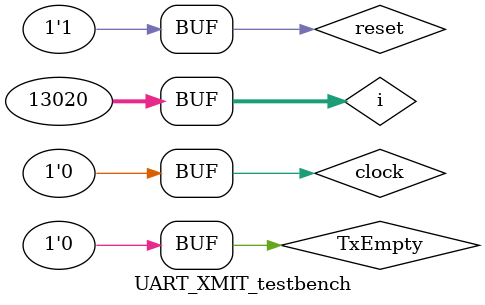
<source format=sv>
module UART_XMIT(clock, reset, TxEmpty, RegEnable);
	input clock, reset;
	output logic TxEmpty = 0, RegEnable = 0;

	logic [31:0] Counter, Bit_Count;
	
	always @(posedge clock) begin
		if (reset) begin
			Counter <= 0;
			TxEmpty <= 1;
		end else begin
			if(Counter < 1302) begin
				RegEnable <= 0;
				Counter <= Counter + 1;
			end else begin
				Bit_Count <= Bit_Count + 1;
				RegEnable <= 1;
				if (Bit_Count >= 10) begin
					TxEmpty <= 1;
					Bit_Count <= 0;
					
				end
				Counter <= 0;
			end
		end
	end
endmodule

module UART_XMIT_testbench;
 
	logic clock, reset, TxEmpty = 0, RegEnable;
	//logic [7:0] TxData;
	
	UART_XMIT DUT(clock, reset, TxEmpty, RegEnable);
	
	integer i; 
	
	
	initial begin
	
	reset = 0;
	//XMitGo = 0;
	//TxData = 8'b01010101;
	
		for (i = 0; i < 26040; i++) begin
			clock = 1;
			#10;
			clock = 0;
			#10;
			//XMitGo <=0;
		end
	reset = 1;
	//XMitGo = 1;
	//TxData = 8'b01010101;
	
		for (i = 0; i < 13020; i++) begin
			clock = 1;
			#10;
			clock = 0;
			#10;
			//XMitGo <=0;
		end
	
	/*reset = 1;
	//XMitGo = 0;
	//TxData = 8'b01010101;
	
		for (i = 0; i < 13020; i++) begin
			clock = 1;
			#10;
			clock = 0;
			#10;
			//XMitGo <=0;
		end
	reset = 1;
	//XMitGo = 1;
	//TxData = 8'b01010101;
	
		for (i = 0; i < 13020; i++) begin
			clock = 1;
			#10;
			clock = 0;
			#10;
			//XMitGo <=0;
		end*/
	end
endmodule	

</source>
